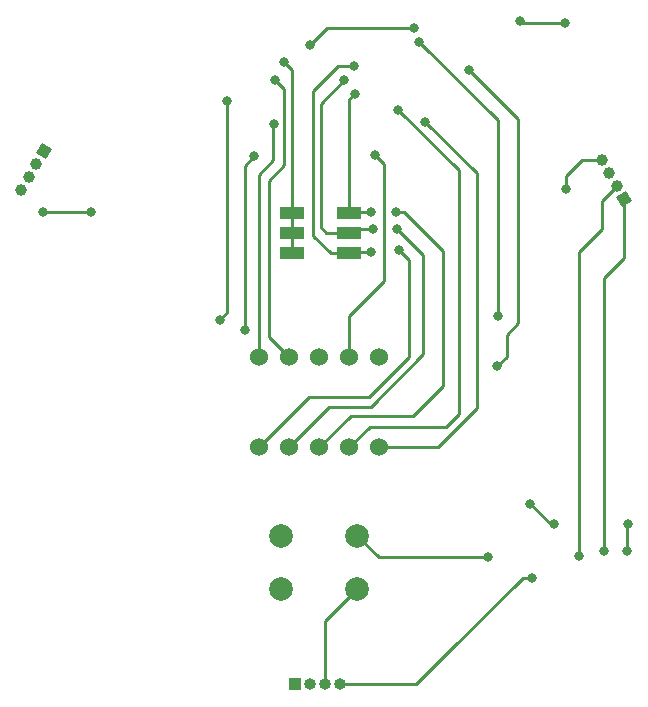
<source format=gbr>
%TF.GenerationSoftware,KiCad,Pcbnew,7.0.10-7.0.10~ubuntu22.04.1*%
%TF.CreationDate,2025-04-20T11:35:09+07:00*%
%TF.ProjectId,Catancenter,43617461-6e63-4656-9e74-65722e6b6963,rev?*%
%TF.SameCoordinates,Original*%
%TF.FileFunction,Copper,L1,Top*%
%TF.FilePolarity,Positive*%
%FSLAX46Y46*%
G04 Gerber Fmt 4.6, Leading zero omitted, Abs format (unit mm)*
G04 Created by KiCad (PCBNEW 7.0.10-7.0.10~ubuntu22.04.1) date 2025-04-20 11:35:09*
%MOMM*%
%LPD*%
G01*
G04 APERTURE LIST*
G04 Aperture macros list*
%AMHorizOval*
0 Thick line with rounded ends*
0 $1 width*
0 $2 $3 position (X,Y) of the first rounded end (center of the circle)*
0 $4 $5 position (X,Y) of the second rounded end (center of the circle)*
0 Add line between two ends*
20,1,$1,$2,$3,$4,$5,0*
0 Add two circle primitives to create the rounded ends*
1,1,$1,$2,$3*
1,1,$1,$4,$5*%
%AMRotRect*
0 Rectangle, with rotation*
0 The origin of the aperture is its center*
0 $1 length*
0 $2 width*
0 $3 Rotation angle, in degrees counterclockwise*
0 Add horizontal line*
21,1,$1,$2,0,0,$3*%
G04 Aperture macros list end*
%TA.AperFunction,ComponentPad*%
%ADD10C,2.000000*%
%TD*%
%TA.AperFunction,ComponentPad*%
%ADD11C,1.524000*%
%TD*%
%TA.AperFunction,SMDPad,CuDef*%
%ADD12R,2.000000X1.100000*%
%TD*%
%TA.AperFunction,ComponentPad*%
%ADD13RotRect,1.000000X1.000000X30.000000*%
%TD*%
%TA.AperFunction,ComponentPad*%
%ADD14HorizOval,1.000000X0.000000X0.000000X0.000000X0.000000X0*%
%TD*%
%TA.AperFunction,ComponentPad*%
%ADD15RotRect,1.000000X1.000000X150.000000*%
%TD*%
%TA.AperFunction,ComponentPad*%
%ADD16HorizOval,1.000000X0.000000X0.000000X0.000000X0.000000X0*%
%TD*%
%TA.AperFunction,ComponentPad*%
%ADD17R,1.000000X1.000000*%
%TD*%
%TA.AperFunction,ComponentPad*%
%ADD18O,1.000000X1.000000*%
%TD*%
%TA.AperFunction,ViaPad*%
%ADD19C,0.800000*%
%TD*%
%TA.AperFunction,Conductor*%
%ADD20C,0.250000*%
%TD*%
G04 APERTURE END LIST*
D10*
%TO.P,SW1,1,1*%
%TO.N,Net-(U3-PA7_A8_D8_SCK)*%
X81053800Y-93798000D03*
X87553800Y-93798000D03*
%TO.P,SW1,2,2*%
%TO.N,Net-(J1-Pin_3)*%
X81053800Y-98298000D03*
X87553800Y-98298000D03*
%TD*%
D11*
%TO.P,U2,1,e*%
%TO.N,Net-(D1-BA)*%
X79222600Y-86309200D03*
%TO.P,U2,2,d*%
%TO.N,Net-(D1-GA)*%
X81762600Y-86309200D03*
%TO.P,U2,3,c*%
%TO.N,Net-(D1-RA)*%
X84302600Y-86309200D03*
%TO.P,U2,4,g*%
%TO.N,Net-(U1-SEG4)*%
X86842600Y-86309200D03*
%TO.P,U2,5,dp*%
%TO.N,Net-(U1-SEG5)*%
X89382600Y-86309200D03*
%TO.P,U2,6,b*%
%TO.N,Net-(U1-GRID1)*%
X89382600Y-78689200D03*
%TO.P,U2,7,a*%
%TO.N,Net-(U1-SEG6)*%
X86842600Y-78689200D03*
%TO.P,U2,8,b*%
%TO.N,Net-(U1-SEG7)*%
X84302600Y-78689200D03*
%TO.P,U2,9,g*%
%TO.N,Net-(U1-GRID2)*%
X81762600Y-78689200D03*
%TO.P,U2,10,f*%
%TO.N,Net-(U1-SEG8)*%
X79222600Y-78689200D03*
%TD*%
D12*
%TO.P,D1,1,RK*%
%TO.N,Net-(D1-BK)*%
X82042600Y-66446400D03*
%TO.P,D1,2,GK*%
X82042600Y-68146400D03*
%TO.P,D1,3,BK*%
X82042600Y-69846400D03*
%TO.P,D1,4,BA*%
%TO.N,Net-(D1-BA)*%
X86842600Y-69846400D03*
%TO.P,D1,5,GA*%
%TO.N,Net-(D1-GA)*%
X86842600Y-68146400D03*
%TO.P,D1,6,RA*%
%TO.N,Net-(D1-RA)*%
X86842600Y-66446400D03*
%TD*%
D13*
%TO.P,J1,1,Pin_1*%
%TO.N,Net-(J1-Pin_1)*%
X110152689Y-65265749D03*
D14*
%TO.P,J1,2,Pin_2*%
%TO.N,Net-(J1-Pin_2)*%
X109517689Y-64165897D03*
%TO.P,J1,3,Pin_3*%
%TO.N,Net-(J1-Pin_3)*%
X108882689Y-63066044D03*
%TO.P,J1,4,Pin_4*%
%TO.N,Net-(J1-Pin_4)*%
X108247689Y-61966192D03*
%TD*%
D15*
%TO.P,J3,1,Pin_1*%
%TO.N,Net-(J3-Pin_1)*%
X61012912Y-61187452D03*
D16*
%TO.P,J3,2,Pin_2*%
%TO.N,Net-(J3-Pin_2)*%
X60377912Y-62287304D03*
%TO.P,J3,3,Pin_3*%
%TO.N,Net-(J1-Pin_3)*%
X59742912Y-63387157D03*
%TO.P,J3,4,Pin_4*%
%TO.N,Net-(J1-Pin_4)*%
X59107912Y-64487009D03*
%TD*%
D17*
%TO.P,J2,1,Pin_1*%
%TO.N,Net-(J2-Pin_1)*%
X82301000Y-106363200D03*
D18*
%TO.P,J2,2,Pin_2*%
%TO.N,Net-(J2-Pin_2)*%
X83571000Y-106363200D03*
%TO.P,J2,3,Pin_3*%
%TO.N,Net-(J1-Pin_3)*%
X84841000Y-106363200D03*
%TO.P,J2,4,Pin_4*%
%TO.N,Net-(J1-Pin_4)*%
X86111000Y-106363200D03*
%TD*%
D19*
%TO.N,Net-(D1-BK)*%
X81305400Y-53644800D03*
%TO.N,Net-(D1-BA)*%
X88747600Y-69799200D03*
X87249000Y-54051200D03*
X91059000Y-69621400D03*
%TO.N,Net-(D1-GA)*%
X90881200Y-67792600D03*
X88874600Y-67792600D03*
X86461600Y-55245000D03*
%TO.N,Net-(D1-RA)*%
X90855800Y-66421000D03*
X87325200Y-56362600D03*
X88671400Y-66370200D03*
%TO.N,Net-(U1-SEG4)*%
X91033600Y-57708800D03*
%TO.N,Net-(U1-SEG5)*%
X93294200Y-58724800D03*
%TO.N,Net-(U1-SEG6)*%
X89052400Y-61518800D03*
%TO.N,Net-(U1-SEG7)*%
X78816200Y-61671200D03*
X78028800Y-76377800D03*
%TO.N,Net-(U1-SEG8)*%
X80467200Y-58928000D03*
%TO.N,Net-(U1-GRID1)*%
X76504800Y-57023000D03*
X75895200Y-75488800D03*
%TO.N,Net-(U1-GRID2)*%
X80568800Y-55194200D03*
%TO.N,Net-(J1-Pin_4)*%
X105156000Y-50342800D03*
X60934600Y-66421000D03*
X102362000Y-97358200D03*
X92354400Y-50800000D03*
X64973200Y-66370200D03*
X83540600Y-52222400D03*
X101346000Y-50241200D03*
X105232200Y-64439800D03*
%TO.N,Net-(J1-Pin_3)*%
X102209600Y-91084400D03*
X104190800Y-92837000D03*
X110464600Y-92837000D03*
X110388400Y-95046800D03*
%TO.N,Net-(J1-Pin_1)*%
X108458000Y-95123000D03*
%TO.N,Net-(J1-Pin_2)*%
X106299000Y-95529400D03*
%TO.N,Net-(U1-DIN)*%
X92811600Y-51968400D03*
X99466400Y-75209400D03*
%TO.N,Net-(U1-SCLK)*%
X99415600Y-79400400D03*
X97002600Y-54330600D03*
%TO.N,Net-(U3-PA7_A8_D8_SCK)*%
X98577400Y-95605600D03*
%TD*%
D20*
%TO.N,Net-(D1-BK)*%
X82042600Y-54382000D02*
X81305400Y-53644800D01*
X82042600Y-68146400D02*
X82042600Y-66446400D01*
X82042600Y-69846400D02*
X82042600Y-68146400D01*
X82042600Y-66446400D02*
X82042600Y-54382000D01*
%TO.N,Net-(D1-BA)*%
X85289600Y-69846400D02*
X83820000Y-68376800D01*
X87223600Y-54025800D02*
X87249000Y-54051200D01*
X88493600Y-82042000D02*
X88519000Y-82067400D01*
X86889800Y-69799200D02*
X86842600Y-69846400D01*
X91897200Y-78689200D02*
X91897200Y-70459600D01*
X88747600Y-69799200D02*
X86889800Y-69799200D01*
X91897200Y-70459600D02*
X91059000Y-69621400D01*
X86842600Y-69846400D02*
X85289600Y-69846400D01*
X85902800Y-54025800D02*
X87223600Y-54025800D01*
X83820000Y-68376800D02*
X83820000Y-56108600D01*
X83820000Y-56108600D02*
X85902800Y-54025800D01*
X88519000Y-82067400D02*
X91897200Y-78689200D01*
X83489800Y-82042000D02*
X88493600Y-82042000D01*
X79222600Y-86309200D02*
X83489800Y-82042000D01*
%TO.N,Net-(D1-GA)*%
X86842600Y-68146400D02*
X86392600Y-68146400D01*
X84455000Y-57251600D02*
X86461600Y-55245000D01*
X93141800Y-78435200D02*
X93141800Y-70053200D01*
X93141800Y-70053200D02*
X90881200Y-67792600D01*
X81762600Y-86309200D02*
X85191600Y-82880200D01*
X85191600Y-82880200D02*
X88696800Y-82880200D01*
X87196400Y-67792600D02*
X86842600Y-68146400D01*
X86390800Y-68148200D02*
X84937600Y-68148200D01*
X84937600Y-68148200D02*
X84455000Y-67665600D01*
X86392600Y-68146400D02*
X86390800Y-68148200D01*
X84455000Y-67538600D02*
X84455000Y-57251600D01*
X88874600Y-67792600D02*
X87196400Y-67792600D01*
X84455000Y-67665600D02*
X84455000Y-67538600D01*
X88696800Y-82880200D02*
X93141800Y-78435200D01*
%TO.N,Net-(D1-RA)*%
X84302600Y-86309200D02*
X86995000Y-83616800D01*
X91516200Y-66421000D02*
X90855800Y-66421000D01*
X94767400Y-69672200D02*
X91516200Y-66421000D01*
X92227400Y-83616800D02*
X94767400Y-81076800D01*
X94767400Y-81076800D02*
X94767400Y-69672200D01*
X86842600Y-66446400D02*
X86842600Y-56845200D01*
X86995000Y-83616800D02*
X92227400Y-83616800D01*
X86842600Y-56845200D02*
X87325200Y-56362600D01*
X86918800Y-66370200D02*
X86842600Y-66446400D01*
X88671400Y-66370200D02*
X86918800Y-66370200D01*
%TO.N,Net-(U1-SEG4)*%
X96164400Y-83464400D02*
X96164400Y-62839600D01*
X86842600Y-86309200D02*
X88595200Y-84556600D01*
X88595200Y-84556600D02*
X95072200Y-84556600D01*
X95072200Y-84556600D02*
X96164400Y-83464400D01*
X96164400Y-62839600D02*
X91033600Y-57708800D01*
%TO.N,Net-(U1-SEG5)*%
X89382600Y-86309200D02*
X94361000Y-86309200D01*
X94361000Y-86309200D02*
X97688400Y-82981800D01*
X97688400Y-63119000D02*
X93294200Y-58724800D01*
X97688400Y-82981800D02*
X97688400Y-63119000D01*
%TO.N,Net-(U1-SEG6)*%
X89814400Y-62280800D02*
X89052400Y-61518800D01*
X89814400Y-72237600D02*
X89814400Y-62280800D01*
X86842600Y-75209400D02*
X89814400Y-72237600D01*
X86842600Y-78689200D02*
X86842600Y-75209400D01*
%TO.N,Net-(U1-SEG7)*%
X78028800Y-76377800D02*
X78028800Y-62458600D01*
X78028800Y-62458600D02*
X78816200Y-61671200D01*
%TO.N,Net-(U1-SEG8)*%
X79222600Y-63220600D02*
X80441800Y-62001400D01*
X80441800Y-58953400D02*
X80467200Y-58928000D01*
X79222600Y-78689200D02*
X79222600Y-63220600D01*
X80441800Y-62001400D02*
X80441800Y-58953400D01*
%TO.N,Net-(U1-GRID1)*%
X76504800Y-74879200D02*
X76504800Y-57023000D01*
X75895200Y-75488800D02*
X76504800Y-74879200D01*
%TO.N,Net-(U1-GRID2)*%
X81762600Y-78689200D02*
X80035400Y-76962000D01*
X81356200Y-55981600D02*
X80568800Y-55194200D01*
X81356200Y-58496200D02*
X81356200Y-55981600D01*
X80035400Y-76962000D02*
X80035400Y-76555600D01*
X80035400Y-76555600D02*
X80035400Y-63728600D01*
X81330800Y-62433200D02*
X81356200Y-62407800D01*
X80035400Y-63728600D02*
X81330800Y-62433200D01*
X81356200Y-62407800D02*
X81356200Y-58496200D01*
%TO.N,Net-(J1-Pin_4)*%
X102362000Y-97358200D02*
X101549200Y-97358200D01*
X101549200Y-97358200D02*
X95250000Y-103657400D01*
X92520200Y-106363200D02*
X86111000Y-106363200D01*
X92354400Y-50800000D02*
X84963000Y-50800000D01*
X106588208Y-61966192D02*
X108247689Y-61966192D01*
X105232200Y-63322200D02*
X106588208Y-61966192D01*
X84963000Y-50800000D02*
X83540600Y-52222400D01*
X105156000Y-50342800D02*
X101447600Y-50342800D01*
X92532200Y-106375200D02*
X92520200Y-106363200D01*
X60934600Y-66421000D02*
X64922400Y-66421000D01*
X101447600Y-50342800D02*
X101346000Y-50241200D01*
X64922400Y-66421000D02*
X64973200Y-66370200D01*
X95250000Y-103657400D02*
X92532200Y-106375200D01*
X105232200Y-64439800D02*
X105232200Y-63322200D01*
%TO.N,Net-(J1-Pin_3)*%
X110388400Y-92913200D02*
X110464600Y-92837000D01*
X104190800Y-92837000D02*
X103962200Y-92837000D01*
X110388400Y-95046800D02*
X110388400Y-92913200D01*
X103962200Y-92837000D02*
X102209600Y-91084400D01*
X84841000Y-106363200D02*
X84841000Y-101010800D01*
X84841000Y-101010800D02*
X87553800Y-98298000D01*
%TO.N,Net-(J1-Pin_1)*%
X110152689Y-65265749D02*
X110152689Y-70274689D01*
X110152689Y-70274689D02*
X108458000Y-71969378D01*
X108458000Y-71969378D02*
X108458000Y-95123000D01*
%TO.N,Net-(J1-Pin_2)*%
X108254800Y-67767200D02*
X108254800Y-65428786D01*
X106299000Y-69773800D02*
X108280200Y-67792600D01*
X106299000Y-95529400D02*
X106299000Y-69773800D01*
X108280200Y-67792600D02*
X108254800Y-67767200D01*
X108254800Y-65428786D02*
X109517689Y-64165897D01*
%TO.N,Net-(U1-DIN)*%
X99466400Y-58623200D02*
X92811600Y-51968400D01*
X99466400Y-75209400D02*
X99466400Y-58623200D01*
%TO.N,Net-(U1-SCLK)*%
X99415600Y-79400400D02*
X100191400Y-78624600D01*
X100191400Y-78624600D02*
X100191400Y-76770400D01*
X100191400Y-76770400D02*
X101142800Y-75819000D01*
X101142800Y-75819000D02*
X101142800Y-58470800D01*
X101142800Y-58470800D02*
X97002600Y-54330600D01*
%TO.N,Net-(U3-PA7_A8_D8_SCK)*%
X89361400Y-95605600D02*
X87553800Y-93798000D01*
X98577400Y-95605600D02*
X89361400Y-95605600D01*
%TD*%
M02*

</source>
